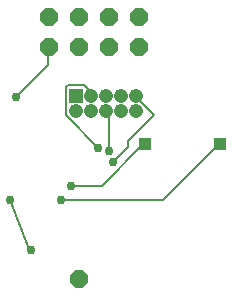
<source format=gbr>
G04 EAGLE Gerber RS-274X export*
G75*
%MOMM*%
%FSLAX34Y34*%
%LPD*%
%INBottom Copper*%
%IPPOS*%
%AMOC8*
5,1,8,0,0,1.08239X$1,22.5*%
G01*
G04 Define Apertures*
%ADD10R,1.108000X1.108000*%
%ADD11R,1.208000X1.208000*%
%ADD12C,1.208000*%
%ADD13P,1.64956X8X22.5*%
%ADD14C,0.152400*%
%ADD15C,0.756400*%
D10*
X971550Y365760D03*
X908050Y365760D03*
D11*
X849721Y406400D03*
D12*
X849721Y393700D03*
X862421Y406400D03*
X862421Y393700D03*
X875121Y406400D03*
X875121Y393700D03*
X887821Y406400D03*
X887821Y393700D03*
X900521Y406400D03*
X900521Y393700D03*
D13*
X826770Y448310D03*
X826770Y473710D03*
X852170Y448310D03*
X852170Y473710D03*
X877570Y448310D03*
X877570Y473710D03*
X902970Y448310D03*
X902970Y473710D03*
X852170Y251460D03*
D14*
X877824Y359664D02*
X877824Y391668D01*
X876300Y393192D01*
X875121Y393700D01*
D15*
X877824Y359664D03*
X793750Y318770D03*
D14*
X810260Y276860D01*
X811530Y276606D01*
D15*
X811530Y276606D03*
D14*
X836676Y318516D02*
X923544Y318516D01*
X970788Y365760D01*
X971550Y365760D01*
D15*
X836676Y318516D03*
D14*
X845820Y330708D02*
X871728Y330708D01*
X906780Y365760D01*
X908050Y365760D01*
D15*
X845820Y330708D03*
D14*
X915924Y390144D02*
X900684Y405384D01*
X900521Y406400D01*
D15*
X881380Y350520D03*
D14*
X894080Y363220D01*
X894080Y368300D01*
X915924Y390144D01*
X826008Y432816D02*
X826008Y448056D01*
X826008Y432816D02*
X798576Y405384D01*
X826008Y448056D02*
X826770Y448310D01*
D15*
X798576Y405384D03*
D14*
X841248Y390144D02*
X868680Y362712D01*
X841248Y390144D02*
X841248Y414528D01*
X842772Y416052D01*
X856488Y416052D01*
X861060Y411480D01*
X861060Y406908D01*
X862421Y406400D01*
D15*
X868680Y362712D03*
M02*

</source>
